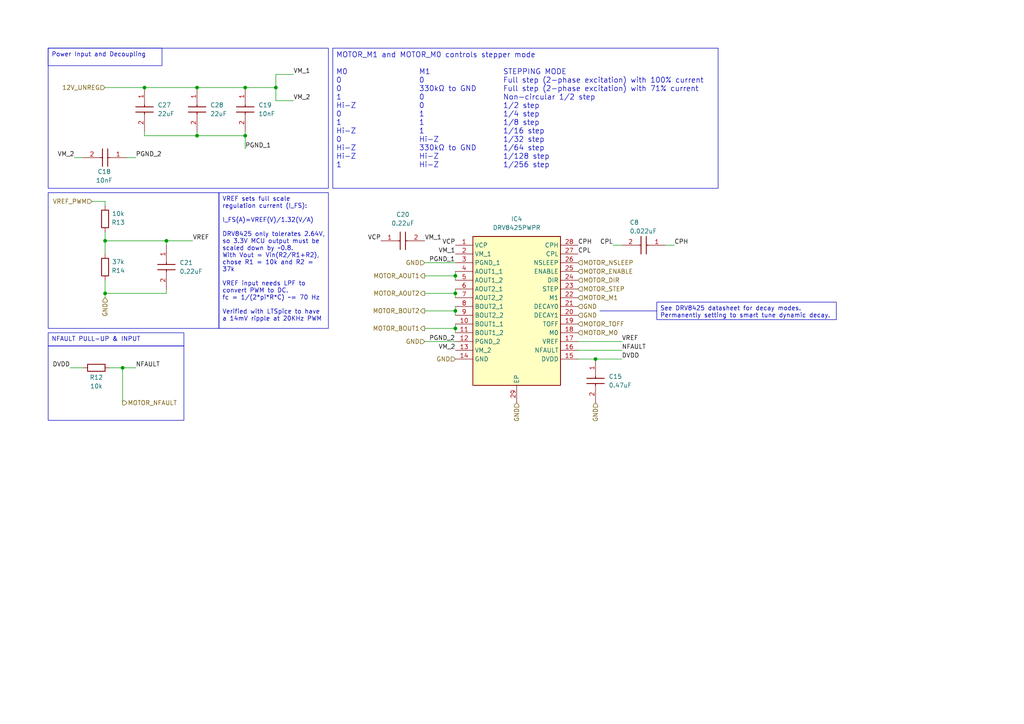
<source format=kicad_sch>
(kicad_sch (version 20250114) (generator "eeschema") (generator_version "9.0")
  (paper "A4")
  (lib_symbols
    (symbol "Device:R" (pin_numbers (hide yes)) (pin_names (offset 0))
      (property "Reference" "R" (at 2.032 0 90))
      (property "Value" "R" (at 0 0 90))
      (symbol "R_0_1"
        (rectangle (start -1.016 -2.54) (end 1.016 2.54) (stroke (width 0.254)))
      )
      (symbol "R_1_1"
        (pin passive line (at 0 3.81 270) (length 1.27) (name "~") (number "1"))
        (pin passive line (at 0 -3.81 90) (length 1.27) (name "~") (number "2"))
      )
    )
    (symbol "SamacSys_Parts:CL21A226KPCLRNC" (pin_names (hide yes))
      (property "Reference" "C" (at 8.89 6.35 0))
      (property "Value" "CL21A226KPCLRNC" (at 8.89 3.81 0))
      (symbol "CL21A226KPCLRNC_1_1"
        (polyline (pts (xy 5.08 0) (xy 5.588 0)) (stroke (width 0.254)))
        (polyline (pts (xy 5.588 2.54) (xy 5.588 -2.54)) (stroke (width 0.254)))
        (polyline (pts (xy 7.112 2.54) (xy 7.112 -2.54)) (stroke (width 0.254)))
        (polyline (pts (xy 7.112 0) (xy 7.62 0)) (stroke (width 0.254)))
        (pin passive line (at 0 0 0) (length 5.08) (name "1") (number "1"))
        (pin passive line (at 12.7 0 180) (length 5.08) (name "2") (number "2"))
      )
    )
    (symbol "SamacSys_Parts:DRV8425PWPR"
      (property "Reference" "IC" (at 31.75 7.62 0))
      (property "Value" "DRV8425PWPR" (at 31.75 5.08 0))
      (symbol "DRV8425PWPR_1_1"
        (rectangle (start 5.08 2.54) (end 30.48 -40.64) (stroke (width 0.254)) (fill (type background)))
        (pin passive line (at 0 0 0) (length 5.08) (name "VCP") (number "1"))
        (pin passive line (at 0 -2.54 0) (length 5.08) (name "VM_1") (number "2"))
        (pin passive line (at 0 -5.08 0) (length 5.08) (name "PGND_1") (number "3"))
        (pin passive line (at 0 -7.62 0) (length 5.08) (name "AOUT1_1") (number "4"))
        (pin passive line (at 0 -10.16 0) (length 5.08) (name "AOUT1_2") (number "5"))
        (pin passive line (at 0 -12.7 0) (length 5.08) (name "AOUT2_1") (number "6"))
        (pin passive line (at 0 -15.24 0) (length 5.08) (name "AOUT2_2") (number "7"))
        (pin passive line (at 0 -17.78 0) (length 5.08) (name "BOUT2_1") (number "8"))
        (pin passive line (at 0 -20.32 0) (length 5.08) (name "BOUT2_2") (number "9"))
        (pin passive line (at 0 -22.86 0) (length 5.08) (name "BOUT1_1") (number "10"))
        (pin passive line (at 0 -25.4 0) (length 5.08) (name "BOUT1_2") (number "11"))
        (pin passive line (at 0 -27.94 0) (length 5.08) (name "PGND_2") (number "12"))
        (pin passive line (at 0 -30.48 0) (length 5.08) (name "VM_2") (number "13"))
        (pin passive line (at 0 -33.02 0) (length 5.08) (name "GND") (number "14"))
        (pin passive line (at 17.78 -45.72 90) (length 5.08) (name "EP") (number "29"))
        (pin passive line (at 35.56 0 180) (length 5.08) (name "CPH") (number "28"))
        (pin passive line (at 35.56 -2.54 180) (length 5.08) (name "CPL") (number "27"))
        (pin passive line (at 35.56 -5.08 180) (length 5.08) (name "NSLEEP") (number "26"))
        (pin passive line (at 35.56 -7.62 180) (length 5.08) (name "ENABLE") (number "25"))
        (pin passive line (at 35.56 -10.16 180) (length 5.08) (name "DIR") (number "24"))
        (pin passive line (at 35.56 -12.7 180) (length 5.08) (name "STEP") (number "23"))
        (pin passive line (at 35.56 -15.24 180) (length 5.08) (name "M1") (number "22"))
        (pin passive line (at 35.56 -17.78 180) (length 5.08) (name "DECAY0") (number "21"))
        (pin passive line (at 35.56 -20.32 180) (length 5.08) (name "DECAY1") (number "20"))
        (pin passive line (at 35.56 -22.86 180) (length 5.08) (name "TOFF") (number "19"))
        (pin passive line (at 35.56 -25.4 180) (length 5.08) (name "M0") (number "18"))
        (pin passive line (at 35.56 -27.94 180) (length 5.08) (name "VREF") (number "17"))
        (pin passive line (at 35.56 -30.48 180) (length 5.08) (name "NFAULT") (number "16"))
        (pin passive line (at 35.56 -33.02 180) (length 5.08) (name "DVDD") (number "15"))
      )
    )
    (symbol "SamacSys_Parts:GCM155R71E223KA55J" (pin_names (hide yes))
      (property "Reference" "C" (at 8.89 6.35 0))
      (property "Value" "GCM155R71E223KA55J" (at 8.89 3.81 0))
      (symbol "GCM155R71E223KA55J_1_1"
        (polyline (pts (xy 5.08 0) (xy 5.588 0)) (stroke (width 0.254)))
        (polyline (pts (xy 5.588 2.54) (xy 5.588 -2.54)) (stroke (width 0.254)))
        (polyline (pts (xy 7.112 2.54) (xy 7.112 -2.54)) (stroke (width 0.254)))
        (polyline (pts (xy 7.112 0) (xy 7.62 0)) (stroke (width 0.254)))
        (pin passive line (at 0 0 0) (length 5.08) (name "1") (number "1"))
        (pin passive line (at 12.7 0 180) (length 5.08) (name "2") (number "2"))
      )
    )
    (symbol "SamacSys_Parts:GRM155R71C224KA12D" (pin_names (hide yes))
      (property "Reference" "C" (at 8.89 6.35 0))
      (property "Value" "GRM155R71C224KA12D" (at 8.89 3.81 0))
      (symbol "GRM155R71C224KA12D_1_1"
        (polyline (pts (xy 5.08 0) (xy 5.588 0)) (stroke (width 0.254)))
        (polyline (pts (xy 5.588 2.54) (xy 5.588 -2.54)) (stroke (width 0.254)))
        (polyline (pts (xy 7.112 2.54) (xy 7.112 -2.54)) (stroke (width 0.254)))
        (polyline (pts (xy 7.112 0) (xy 7.62 0)) (stroke (width 0.254)))
        (pin passive line (at 0 0 0) (length 5.08) (name "1") (number "1"))
        (pin passive line (at 12.7 0 180) (length 5.08) (name "2") (number "2"))
      )
    )
    (symbol "SamacSys_Parts:GRM155R71E103KA01D" (pin_names (hide yes))
      (property "Reference" "C" (at 8.89 6.35 0))
      (property "Value" "GRM155R71E103KA01D" (at 8.89 3.81 0))
      (symbol "GRM155R71E103KA01D_1_1"
        (polyline (pts (xy 5.08 0) (xy 5.588 0)) (stroke (width 0.254)))
        (polyline (pts (xy 5.588 2.54) (xy 5.588 -2.54)) (stroke (width 0.254)))
        (polyline (pts (xy 7.112 2.54) (xy 7.112 -2.54)) (stroke (width 0.254)))
        (polyline (pts (xy 7.112 0) (xy 7.62 0)) (stroke (width 0.254)))
        (pin passive line (at 0 0 0) (length 5.08) (name "1") (number "1"))
        (pin passive line (at 12.7 0 180) (length 5.08) (name "2") (number "2"))
      )
    )
    (symbol "SamacSys_Parts:GRT155R71A474KE01D" (pin_names (hide yes))
      (property "Reference" "C" (at 8.89 6.35 0))
      (property "Value" "GRT155R71A474KE01D" (at 8.89 3.81 0))
      (symbol "GRT155R71A474KE01D_1_1"
        (polyline (pts (xy 5.08 0) (xy 5.588 0)) (stroke (width 0.254)))
        (polyline (pts (xy 5.588 2.54) (xy 5.588 -2.54)) (stroke (width 0.254)))
        (polyline (pts (xy 7.112 2.54) (xy 7.112 -2.54)) (stroke (width 0.254)))
        (polyline (pts (xy 7.112 0) (xy 7.62 0)) (stroke (width 0.254)))
        (pin passive line (at 0 0 0) (length 5.08) (name "1") (number "1"))
        (pin passive line (at 12.7 0 180) (length 5.08) (name "2") (number "2"))
      )
    )
  )
  (rectangle (start 13.97 55.88) (end 63.5 95.25))
  (rectangle (start 13.97 13.97) (end 95.25 54.61))
  (rectangle (start 13.97 100.33) (end 53.34 121.92))
  (text_box "NFAULT PULL-UP & INPUT\n" (at 13.97 96.52 0) (size 39.37 3.81) (margins 0.9525 0.9525 0.9525 0.9525) (effects (font (size 1.27 1.27)) (justify left top)))
  (text_box "Power Input and Decoupling\n" (at 13.97 13.97 0) (size 33.02 5.08) (margins 0.9525 0.9525 0.9525 0.9525) (effects (font (size 1.27 1.27)) (justify left top)))
  (text_box "See DRV8425 datasheet for decay modes. Permanently setting to smart tune dynamic decay." (at 190.5 87.63 0) (size 52.07 5.08) (margins 0.9525 0.9525 0.9525 0.9525) (effects (font (size 1.27 1.27)) (justify left top)))
  (text_box "MOTOR_M1 and MOTOR_M0 controls stepper mode\n\nM0				M1				STEPPING MODE\n0				0 				Full step (2-phase excitation) with 100% current\n0 				330kΩ to GND	Full step (2-phase excitation) with 71% current\n1 				0 				Non-circular 1/2 step\nHi-Z 			0 				1/2 step\n0 				1 				1/4 step\n1 				1 				1/8 step\nHi-Z 			1 				1/16 step\n0 				Hi-Z 			1/32 step\nHi-Z 			330kΩ to GND	1/64 step\nHi-Z 			Hi-Z 			1/128 step\n1 				Hi-Z 			1/256 step" (at 96.52 13.97 0) (size 111.76 40.64) (margins 0.9525 0.9525 0.9525 0.9525) (effects (font (size 1.524 1.524)) (justify left top)))
  (text_box "VREF sets full scale regulation current (I_FS):\n\nI_FS(A)=VREF(V)/1.32(V/A)\n\nDRV8425 only tolerates 2.64V, so 3.3V MCU output must be scaled down by ~0.8. \nWith Vout = Vin(R2/R1+R2), chose R1 = 10k and R2 = 37k\n\nVREF input needs LPF to convert PWM to DC. \nfc = 1/(2*pi*R*C) ~= 70 Hz \n\nVerified with LTSpice to have a 14mV ripple at 20KHz PWM" (at 63.5 55.88 0) (size 31.75 39.37) (margins 0.9525 0.9525 0.9525 0.9525) (effects (font (size 1.27 1.27)) (justify left top)))
  (junction (at 172.72 104.14))
  (junction (at 57.15 39.37))
  (junction (at 132.08 90.17))
  (junction (at 30.48 85.09))
  (junction (at 35.56 106.68))
  (junction (at 80.01 25.4))
  (junction (at 48.26 69.85))
  (junction (at 132.08 85.09))
  (junction (at 132.08 95.25))
  (junction (at 71.12 39.37))
  (junction (at 30.48 69.85))
  (junction (at 71.12 25.4))
  (junction (at 41.91 25.4))
  (junction (at 57.15 25.4))
  (junction (at 132.08 80.01))
  (wire (pts (xy 132.08 78.74) (xy 132.08 80.01)))
  (wire (pts (xy 30.48 69.85) (xy 30.48 73.66)))
  (wire (pts (xy 48.26 69.85) (xy 55.88 69.85)))
  (wire (pts (xy 123.19 99.06) (xy 132.08 99.06)))
  (wire (pts (xy 20.32 106.68) (xy 24.13 106.68)))
  (wire (pts (xy 30.48 85.09) (xy 30.48 86.36)))
  (wire (pts (xy 132.08 83.82) (xy 132.08 85.09)))
  (wire (pts (xy 71.12 25.4) (xy 80.01 25.4)))
  (wire (pts (xy 71.12 38.1) (xy 71.12 39.37)))
  (wire (pts (xy 180.34 99.06) (xy 167.64 99.06)))
  (wire (pts (xy 30.48 58.42) (xy 30.48 59.69)))
  (wire (pts (xy 21.59 45.72) (xy 24.13 45.72)))
  (wire (pts (xy 30.48 25.4) (xy 41.91 25.4)))
  (wire (pts (xy 30.48 69.85) (xy 48.26 69.85)))
  (wire (pts (xy 30.48 85.09) (xy 48.26 85.09)))
  (wire (pts (xy 31.75 106.68) (xy 35.56 106.68)))
  (wire (pts (xy 172.72 104.14) (xy 180.34 104.14)))
  (wire (pts (xy 41.91 38.1) (xy 41.91 39.37)))
  (wire (pts (xy 85.09 29.21) (xy 80.01 29.21)))
  (wire (pts (xy 123.19 95.25) (xy 132.08 95.25)))
  (wire (pts (xy 26.67 58.42) (xy 30.48 58.42)))
  (wire (pts (xy 80.01 21.59) (xy 85.09 21.59)))
  (wire (pts (xy 41.91 25.4) (xy 57.15 25.4)))
  (wire (pts (xy 123.19 80.01) (xy 132.08 80.01)))
  (wire (pts (xy 80.01 29.21) (xy 80.01 25.4)))
  (wire (pts (xy 123.19 76.2) (xy 132.08 76.2)))
  (wire (pts (xy 132.08 95.25) (xy 132.08 96.52)))
  (wire (pts (xy 41.91 39.37) (xy 57.15 39.37)))
  (wire (pts (xy 80.01 21.59) (xy 80.01 25.4)))
  (wire (pts (xy 48.26 83.82) (xy 48.26 85.09)))
  (wire (pts (xy 132.08 85.09) (xy 132.08 86.36)))
  (wire (pts (xy 132.08 90.17) (xy 132.08 91.44)))
  (polyline (pts (xy 173.99 90.17) (xy 190.5 90.17)))
  (wire (pts (xy 30.48 81.28) (xy 30.48 85.09)))
  (wire (pts (xy 57.15 39.37) (xy 71.12 39.37)))
  (wire (pts (xy 123.19 90.17) (xy 132.08 90.17)))
  (wire (pts (xy 35.56 106.68) (xy 35.56 116.84)))
  (wire (pts (xy 71.12 39.37) (xy 71.12 43.18)))
  (wire (pts (xy 35.56 106.68) (xy 39.37 106.68)))
  (wire (pts (xy 193.04 71.12) (xy 195.58 71.12)))
  (wire (pts (xy 132.08 88.9) (xy 132.08 90.17)))
  (wire (pts (xy 57.15 25.4) (xy 71.12 25.4)))
  (wire (pts (xy 167.64 104.14) (xy 172.72 104.14)))
  (wire (pts (xy 57.15 38.1) (xy 57.15 39.37)))
  (wire (pts (xy 132.08 80.01) (xy 132.08 81.28)))
  (wire (pts (xy 48.26 71.12) (xy 48.26 69.85)))
  (wire (pts (xy 123.19 85.09) (xy 132.08 85.09)))
  (wire (pts (xy 36.83 45.72) (xy 39.37 45.72)))
  (wire (pts (xy 132.08 93.98) (xy 132.08 95.25)))
  (wire (pts (xy 177.8 71.12) (xy 180.34 71.12)))
  (wire (pts (xy 30.48 67.31) (xy 30.48 69.85)))
  (wire (pts (xy 167.64 101.6) (xy 180.34 101.6)))
  (label "VM_1" (at 123.19 69.85 0))
  (label "VM_2" (at 132.08 101.6 180))
  (label "CPH" (at 167.64 71.12 0))
  (label "PGND_1" (at 124.46 76.2 0))
  (label "DVDD" (at 20.32 106.68 180))
  (label "NFAULT" (at 180.34 101.6 0))
  (label "CPH" (at 195.58 71.12 0))
  (label "VREF" (at 55.88 69.85 0))
  (label "PGND_2" (at 124.46 99.06 0))
  (label "VM_1" (at 85.09 21.59 0))
  (label "VM_2" (at 21.59 45.72 180))
  (label "VM_2" (at 85.09 29.21 0))
  (label "VCP" (at 110.49 69.85 180))
  (label "NFAULT" (at 39.37 106.68 0))
  (label "VREF" (at 180.34 99.06 0))
  (label "PGND_2" (at 39.37 45.72 0))
  (label "CPL" (at 167.64 73.66 0))
  (label "DVDD" (at 180.34 104.14 0))
  (label "CPL" (at 177.8 71.12 180))
  (label "PGND_1" (at 71.12 43.18 0))
  (label "VCP" (at 132.08 71.12 180))
  (label "VM_1" (at 132.08 73.66 180))
  (hierarchical_label "MOTOR_STEP" (shape input) (at 167.64 83.82 0))
  (hierarchical_label "GND" (shape input) (at 30.48 86.36 270))
  (hierarchical_label "VREF_PWM" (shape input) (at 26.67 58.42 180))
  (hierarchical_label "MOTOR_BOUT2" (shape output) (at 123.19 90.17 180))
  (hierarchical_label "GND" (shape input) (at 167.64 91.44 0))
  (hierarchical_label "MOTOR_M0" (shape input) (at 167.64 96.52 0))
  (hierarchical_label "GND" (shape input) (at 123.19 99.06 180))
  (hierarchical_label "MOTOR_DIR" (shape input) (at 167.64 81.28 0))
  (hierarchical_label "MOTOR_AOUT2" (shape output) (at 123.19 85.09 180))
  (hierarchical_label "MOTOR_NFAULT" (shape output) (at 35.56 116.84 0))
  (hierarchical_label "GND" (shape input) (at 132.08 104.14 180))
  (hierarchical_label "GND" (shape input) (at 167.64 88.9 0))
  (hierarchical_label "MOTOR_TOFF" (shape input) (at 167.64 93.98 0))
  (hierarchical_label "MOTOR_AOUT1" (shape output) (at 123.19 80.01 180))
  (hierarchical_label "GND" (shape input) (at 172.72 116.84 270))
  (hierarchical_label "GND" (shape input) (at 149.86 116.84 270))
  (hierarchical_label "MOTOR_M1" (shape input) (at 167.64 86.36 0))
  (hierarchical_label "MOTOR_ENABLE" (shape input) (at 167.64 78.74 0))
  (hierarchical_label "12V_UNREG" (shape input) (at 30.48 25.4 180))
  (hierarchical_label "GND" (shape input) (at 123.19 76.2 180))
  (hierarchical_label "MOTOR_BOUT1" (shape output) (at 123.19 95.25 180))
  (hierarchical_label "MOTOR_NSLEEP" (shape input) (at 167.64 76.2 0))
  (symbol (lib_id "SamacSys_Parts:GRM155R71E103KA01D") (at 36.83 45.72 180) (unit 1)
    (property "Reference" "C18" (at 30.226 49.784 0))
    (property "Value" "10nF" (at 30.226 52.324 0))
    (property "Footprint" "CAPC1005X70N" (effects (hide yes)))
    (property "Datasheet" "https://search.murata.co.jp/Ceramy/image/img/A01X/G101/ENG/GRM155R71E103KA01-01A.pdf" (effects (hide yes)))
    (property "Description" "Cap, Ceramic,0402, 10nF 25V Murata 0402 GRM 10nF Ceramic Multilayer Capacitor, 25 V dc, +125C, X7R Dielectric, +/-10% SMD" (effects (hide yes)))
    (property "Height" "0.7" (effects (hide yes)))
    (property "Manufacturer_Name" "Murata Electronics" (effects (hide yes)))
    (property "Manufacturer_Part_Number" "GRM155R71E103KA01D" (effects (hide yes)))
    (property "Mouser Part Number" "81-GRM36X103K25" (effects (hide yes)))
    (property "Mouser Price/Stock" "https://www.mouser.co.uk/ProductDetail/Murata-Electronics/GRM155R71E103KA01D?qs=tOieHv2smhmMGFtkNVb1ug%3D%3D" (effects (hide yes)))
    (property "Arrow Part Number" "GRM155R71E103KA01D" (effects (hide yes)))
    (property "Arrow Price/Stock" "https://www.arrow.com/en/products/grm155r71e103ka01d/murata-manufacturing?utm_currency=USD&region=nac" (effects (hide yes)))
  )
  (symbol (lib_id "SamacSys_Parts:GRM155R71C224KA12D") (at 48.26 71.12 270) (unit 1)
    (property "Reference" "C21" (at 52.07 76.1999 90) (effects (justify left)))
    (property "Value" "0.22uF" (at 52.07 78.7399 90) (effects (justify left)))
    (property "Footprint" "GRM15x" (effects (hide yes)))
    (property "Datasheet" "https://search.murata.co.jp/Ceramy/image/img/A01X/G101/ENG/GRM155R71C224KA12-01A.pdf" (effects (hide yes)))
    (property "Description" "Multilayer Ceramic Capacitors MLCC - SMD/SMT 0402 0.22uF 16volt X7R +/-10%" (effects (hide yes)))
    (property "Height" "0.33" (effects (hide yes)))
    (property "Manufacturer_Name" "Murata Electronics" (effects (hide yes)))
    (property "Manufacturer_Part_Number" "GRM155R71C224KA12D" (effects (hide yes)))
    (property "Mouser Part Number" "81-GRM155R71C224KA2D" (effects (hide yes)))
    (property "Mouser Price/Stock" "https://www.mouser.co.uk/ProductDetail/Murata-Electronics/GRM155R71C224KA12D?qs=8QlF2AcitS0dCOVLIM1EhQ%3D%3D" (effects (hide yes)))
    (property "Arrow Part Number" "GRM155R71C224KA12D" (effects (hide yes)))
    (property "Arrow Price/Stock" "https://www.arrow.com/en/products/grm155r71c224ka12d/murata-manufacturing?utm_currency=USD&region=europe" (effects (hide yes)))
  )
  (symbol (lib_id "SamacSys_Parts:DRV8425PWPR") (at 132.08 71.12 0) (unit 1)
    (property "Reference" "IC4" (at 149.86 63.5 0))
    (property "Value" "DRV8425PWPR" (at 149.86 66.04 0))
    (property "Footprint" "SOP65P640X120-29N" (effects (hide yes)))
    (property "Datasheet" "https://www.ti.com/lit/ds/symlink/drv8425.pdf?HQS=dis-dk-null-digikeymode-dsf-pf-null-wwe&ts=1649241545013" (effects (hide yes)))
    (property "Description" "Bipolar Motor Driver NMOS PWM, Step/Direction 28-HTSSOP" (effects (hide yes)))
    (property "Height" "1.2" (effects (hide yes)))
    (property "Manufacturer_Name" "Texas Instruments" (effects (hide yes)))
    (property "Manufacturer_Part_Number" "DRV8425PWPR" (effects (hide yes)))
    (property "Mouser Part Number" "595-DRV8425PWPR" (effects (hide yes)))
    (property "Mouser Price/Stock" "https://www.mouser.co.uk/ProductDetail/Texas-Instruments/DRV8425PWPR?qs=TuK3vfAjtkX3LipbcPvusQ%3D%3D" (effects (hide yes)))
  )
  (symbol (lib_id "SamacSys_Parts:CL21A226KPCLRNC") (at 41.91 25.4 270) (unit 1)
    (property "Reference" "C27" (at 45.72 30.4799 90) (effects (justify left)))
    (property "Value" "22uF" (at 45.72 33.0199 90) (effects (justify left)))
    (property "Footprint" "CAPC2012X95N" (effects (hide yes)))
    (property "Datasheet" "https://datasheet.datasheetarchive.com/originals/distributors/DKDS-19/374283.pdf" (effects (hide yes)))
    (property "Description" "Samsung" (effects (hide yes)))
    (property "Height" "0.95" (effects (hide yes)))
    (property "Manufacturer_Name" "SAMSUNG" (effects (hide yes)))
    (property "Manufacturer_Part_Number" "CL21A226KPCLRNC" (effects (hide yes)))
    (property "Mouser Part Number" "187-CL21A226KPCLRNC" (effects (hide yes)))
    (property "Mouser Price/Stock" "https://www.mouser.co.uk/ProductDetail/Samsung-Electro-Mechanics/CL21A226KPCLRNC?qs=E6SK%2F3jFIuGJGShlt%252BbGeg%3D%3D" (effects (hide yes)))
    (property "Arrow Part Number" "CL21A226KPCLRNC" (effects (hide yes)))
    (property "Arrow Price/Stock" "https://www.arrow.com/en/products/cl21a226kpclrnc/samsung-electro-mechanics?utm_currency=USD&region=nac" (effects (hide yes)))
  )
  (symbol (lib_id "SamacSys_Parts:GRT155R71A474KE01D") (at 172.72 104.14 270) (unit 1)
    (property "Reference" "C15" (at 176.53 109.2199 90) (effects (justify left)))
    (property "Value" "0.47uF" (at 176.53 111.7599 90) (effects (justify left)))
    (property "Footprint" "GRT155R71H472KE01D" (effects (hide yes)))
    (property "Datasheet" "https://search.murata.co.jp/Ceramy/image/img/A01X/G101/ENG/GRT155R71A474KE01-01A.pdf" (effects (hide yes)))
    (property "Description" "Capacitor GRT15 L=1.0mm W=0.5mm T=0.5mm" (effects (hide yes)))
    (property "Height" "0.55" (effects (hide yes)))
    (property "Manufacturer_Name" "Murata Electronics" (effects (hide yes)))
    (property "Manufacturer_Part_Number" "GRT155R71A474KE01D" (effects (hide yes)))
    (property "Mouser Part Number" "81-GRT155R71A474KE1D" (effects (hide yes)))
    (property "Mouser Price/Stock" "http://www.mouser.com/Search/ProductDetail.aspx?qs=qkDYIeTQ%252bElGXbvO%252bifWFw%3d%3d" (effects (hide yes)))
  )
  (symbol (lib_id "SamacSys_Parts:GCM155R71E223KA55J") (at 193.04 71.12 180) (unit 1)
    (property "Reference" "C8" (at 182.626 64.516 0) (effects (justify right)))
    (property "Value" "0.022uF" (at 182.626 67.056 0) (effects (justify right)))
    (property "Footprint" "CAPC1005X55N" (effects (hide yes)))
    (property "Datasheet" "https://search.murata.co.jp/Ceramy/image/img/A01X/G101/ENG/GCM155R71E223KA55-01A.pdf" (effects (hide yes)))
    (property "Description" "Capacitor GCM15 L=1.0mm W=0.5mm T=0.5mm" (effects (hide yes)))
    (property "Height" "0.55" (effects (hide yes)))
    (property "Manufacturer_Name" "Murata Electronics" (effects (hide yes)))
    (property "Manufacturer_Part_Number" "GCM155R71E223KA55J" (effects (hide yes)))
    (property "Mouser Part Number" "81-GCM155R71E223KA5J" (effects (hide yes)))
    (property "Mouser Price/Stock" "https://www.mouser.com/Search/Refine.aspx?Keyword=81-GCM155R71E223KA5J" (effects (hide yes)))
    (property "Arrow Part Number" "GCM155R71E223KA55J" (effects (hide yes)))
    (property "Arrow Price/Stock" "https://www.arrow.com/en/products/gcm155r71e223ka55j/murata-manufacturing" (effects (hide yes)))
  )
  (symbol (lib_id "Device:R") (at 30.48 77.47 0) (unit 1)
    (property "Reference" "R14" (at 34.29 78.486 0))
    (property "Value" "37k" (at 34.29 75.946 0))
    (property "Description" "Resistor" (effects (hide yes)))
  )
  (symbol (lib_id "SamacSys_Parts:GRM155R71E103KA01D") (at 71.12 25.4 270) (unit 1)
    (property "Reference" "C19" (at 74.93 30.4799 90) (effects (justify left)))
    (property "Value" "10nF" (at 74.93 33.0199 90) (effects (justify left)))
    (property "Footprint" "CAPC1005X70N" (effects (hide yes)))
    (property "Datasheet" "https://search.murata.co.jp/Ceramy/image/img/A01X/G101/ENG/GRM155R71E103KA01-01A.pdf" (effects (hide yes)))
    (property "Description" "Cap, Ceramic,0402, 10nF 25V Murata 0402 GRM 10nF Ceramic Multilayer Capacitor, 25 V dc, +125C, X7R Dielectric, +/-10% SMD" (effects (hide yes)))
    (property "Height" "0.7" (effects (hide yes)))
    (property "Manufacturer_Name" "Murata Electronics" (effects (hide yes)))
    (property "Manufacturer_Part_Number" "GRM155R71E103KA01D" (effects (hide yes)))
    (property "Mouser Part Number" "81-GRM36X103K25" (effects (hide yes)))
    (property "Mouser Price/Stock" "https://www.mouser.co.uk/ProductDetail/Murata-Electronics/GRM155R71E103KA01D?qs=tOieHv2smhmMGFtkNVb1ug%3D%3D" (effects (hide yes)))
    (property "Arrow Part Number" "GRM155R71E103KA01D" (effects (hide yes)))
    (property "Arrow Price/Stock" "https://www.arrow.com/en/products/grm155r71e103ka01d/murata-manufacturing?utm_currency=USD&region=nac" (effects (hide yes)))
  )
  (symbol (lib_id "SamacSys_Parts:CL21A226KPCLRNC") (at 57.15 25.4 270) (unit 1)
    (property "Reference" "C28" (at 60.96 30.4799 90) (effects (justify left)))
    (property "Value" "22uF" (at 60.96 33.0199 90) (effects (justify left)))
    (property "Footprint" "CAPC2012X95N" (effects (hide yes)))
    (property "Datasheet" "https://datasheet.datasheetarchive.com/originals/distributors/DKDS-19/374283.pdf" (effects (hide yes)))
    (property "Description" "Samsung" (effects (hide yes)))
    (property "Height" "0.95" (effects (hide yes)))
    (property "Manufacturer_Name" "SAMSUNG" (effects (hide yes)))
    (property "Manufacturer_Part_Number" "CL21A226KPCLRNC" (effects (hide yes)))
    (property "Mouser Part Number" "187-CL21A226KPCLRNC" (effects (hide yes)))
    (property "Mouser Price/Stock" "https://www.mouser.co.uk/ProductDetail/Samsung-Electro-Mechanics/CL21A226KPCLRNC?qs=E6SK%2F3jFIuGJGShlt%252BbGeg%3D%3D" (effects (hide yes)))
    (property "Arrow Part Number" "CL21A226KPCLRNC" (effects (hide yes)))
    (property "Arrow Price/Stock" "https://www.arrow.com/en/products/cl21a226kpclrnc/samsung-electro-mechanics?utm_currency=USD&region=nac" (effects (hide yes)))
  )
  (symbol (lib_id "Device:R") (at 27.94 106.68 270) (unit 1)
    (property "Reference" "R12" (at 27.94 109.474 90))
    (property "Value" "10k" (at 27.94 112.014 90))
    (property "Description" "Resistor" (effects (hide yes)))
  )
  (symbol (lib_id "Device:R") (at 30.48 63.5 0) (unit 1)
    (property "Reference" "R13" (at 34.29 64.516 0))
    (property "Value" "10k" (at 34.29 61.976 0))
    (property "Description" "Resistor" (effects (hide yes)))
  )
  (symbol (lib_id "SamacSys_Parts:GRM155R71C224KA12D") (at 110.49 69.85 0) (unit 1)
    (property "Reference" "C20" (at 116.84 62.23 0))
    (property "Value" "0.22uF" (at 116.84 64.77 0))
    (property "Footprint" "GRM15x" (effects (hide yes)))
    (property "Datasheet" "https://search.murata.co.jp/Ceramy/image/img/A01X/G101/ENG/GRM155R71C224KA12-01A.pdf" (effects (hide yes)))
    (property "Description" "Multilayer Ceramic Capacitors MLCC - SMD/SMT 0402 0.22uF 16volt X7R +/-10%" (effects (hide yes)))
    (property "Height" "0.33" (effects (hide yes)))
    (property "Manufacturer_Name" "Murata Electronics" (effects (hide yes)))
    (property "Manufacturer_Part_Number" "GRM155R71C224KA12D" (effects (hide yes)))
    (property "Mouser Part Number" "81-GRM155R71C224KA2D" (effects (hide yes)))
    (property "Mouser Price/Stock" "https://www.mouser.co.uk/ProductDetail/Murata-Electronics/GRM155R71C224KA12D?qs=8QlF2AcitS0dCOVLIM1EhQ%3D%3D" (effects (hide yes)))
    (property "Arrow Part Number" "GRM155R71C224KA12D" (effects (hide yes)))
    (property "Arrow Price/Stock" "https://www.arrow.com/en/products/grm155r71c224ka12d/murata-manufacturing?utm_currency=USD&region=europe" (effects (hide yes)))
  )
)
</source>
